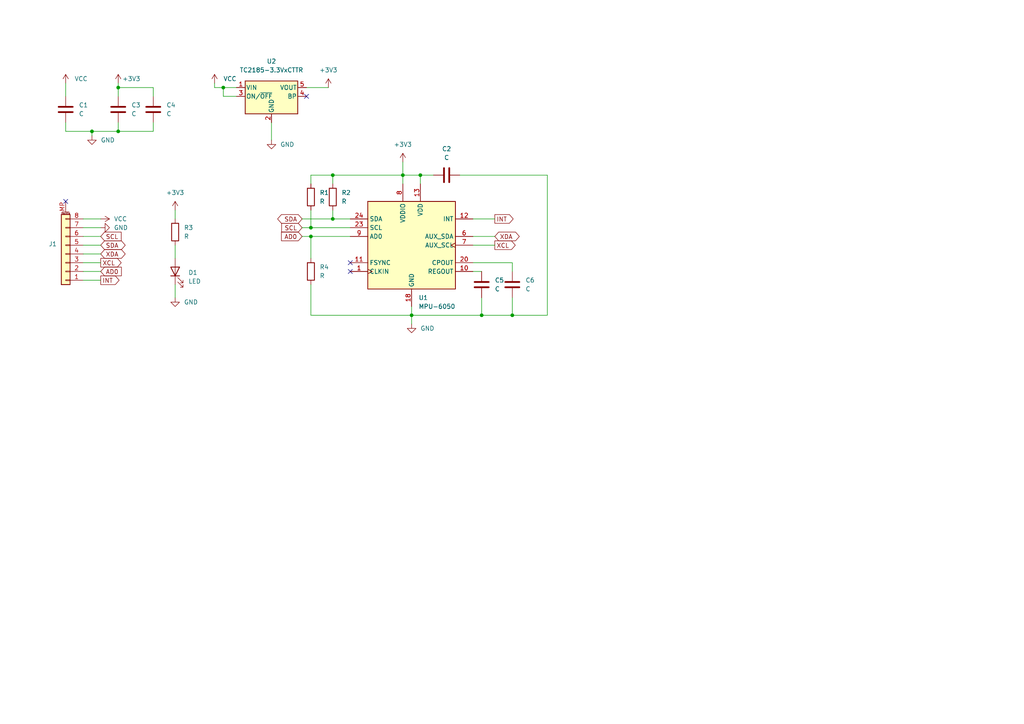
<source format=kicad_sch>
(kicad_sch (version 20211123) (generator eeschema)
  (paper "A4")
  (lib_symbols
    (symbol "Connector_Generic_MountingPin:Conn_01x08_MountingPin" (pin_names (offset 1.016) hide)
      (property "Reference" "J" (at 0 10.16 0))
      (property "Value" "Conn_01x08_MountingPin" (at 1.27 -12.7 0))
      (symbol "Conn_01x08_MountingPin_1_1"
        (rectangle (start -1.27 -10.033) (end 0 -10.287) (stroke (width 0.1524)))
        (rectangle (start -1.27 -7.493) (end 0 -7.747) (stroke (width 0.1524)))
        (rectangle (start -1.27 -4.953) (end 0 -5.207) (stroke (width 0.1524)))
        (rectangle (start -1.27 -2.413) (end 0 -2.667) (stroke (width 0.1524)))
        (rectangle (start -1.27 0.127) (end 0 -0.127) (stroke (width 0.1524)))
        (rectangle (start -1.27 2.667) (end 0 2.413) (stroke (width 0.1524)))
        (rectangle (start -1.27 5.207) (end 0 4.953) (stroke (width 0.1524)))
        (rectangle (start -1.27 7.747) (end 0 7.493) (stroke (width 0.1524)))
        (rectangle (start -1.27 8.89) (end 1.27 -11.43) (stroke (width 0.254)) (fill (type background)))
        (polyline (pts (xy -1.016 -12.192) (xy 1.016 -12.192)) (stroke (width 0.1524)))
        (text "Mounting" (at 0 -11.811 0) (effects (font (size 0.381 0.381))))
        (pin passive line (at -5.08 7.62 0) (length 3.81) (name "Pin_1") (number "1"))
        (pin passive line (at -5.08 5.08 0) (length 3.81) (name "Pin_2") (number "2"))
        (pin passive line (at -5.08 2.54 0) (length 3.81) (name "Pin_3") (number "3"))
        (pin passive line (at -5.08 0 0) (length 3.81) (name "Pin_4") (number "4"))
        (pin passive line (at -5.08 -2.54 0) (length 3.81) (name "Pin_5") (number "5"))
        (pin passive line (at -5.08 -5.08 0) (length 3.81) (name "Pin_6") (number "6"))
        (pin passive line (at -5.08 -7.62 0) (length 3.81) (name "Pin_7") (number "7"))
        (pin passive line (at -5.08 -10.16 0) (length 3.81) (name "Pin_8") (number "8"))
        (pin passive line (at 0 -15.24 90) (length 3.048) (name "MountPin") (number "MP"))
      )
    )
    (symbol "Device:C" (pin_numbers hide) (pin_names (offset 0.254))
      (property "Reference" "C" (at 0.635 2.54 0))
      (property "Value" "C" (at 0.635 -2.54 0))
      (symbol "C_0_1"
        (polyline (pts (xy -2.032 -0.762) (xy 2.032 -0.762)) (stroke (width 0.508)))
        (polyline (pts (xy -2.032 0.762) (xy 2.032 0.762)) (stroke (width 0.508)))
      )
      (symbol "C_1_1"
        (pin passive line (at 0 3.81 270) (length 2.794) (name "~") (number "1"))
        (pin passive line (at 0 -3.81 90) (length 2.794) (name "~") (number "2"))
      )
    )
    (symbol "Device:LED" (pin_numbers hide) (pin_names (offset 1.016) hide)
      (property "Reference" "D" (at 0 2.54 0))
      (property "Value" "LED" (at 0 -2.54 0))
      (symbol "LED_0_1"
        (polyline (pts (xy -1.27 -1.27) (xy -1.27 1.27)) (stroke (width 0.254)))
        (polyline (pts (xy -1.27 0) (xy 1.27 0)))
        (polyline (pts (xy 1.27 -1.27) (xy 1.27 1.27) (xy -1.27 0) (xy 1.27 -1.27)) (stroke (width 0.254)))
        (polyline (pts (xy -3.048 -0.762) (xy -4.572 -2.286) (xy -3.81 -2.286) (xy -4.572 -2.286) (xy -4.572 -1.524)))
        (polyline (pts (xy -1.778 -0.762) (xy -3.302 -2.286) (xy -2.54 -2.286) (xy -3.302 -2.286) (xy -3.302 -1.524)))
      )
      (symbol "LED_1_1"
        (pin passive line (at -3.81 0 0) (length 2.54) (name "K") (number "1"))
        (pin passive line (at 3.81 0 180) (length 2.54) (name "A") (number "2"))
      )
    )
    (symbol "Device:R" (pin_numbers hide) (pin_names (offset 0))
      (property "Reference" "R" (at 2.032 0 90))
      (property "Value" "R" (at 0 0 90))
      (symbol "R_0_1"
        (rectangle (start -1.016 -2.54) (end 1.016 2.54) (stroke (width 0.254)))
      )
      (symbol "R_1_1"
        (pin passive line (at 0 3.81 270) (length 1.27) (name "~") (number "1"))
        (pin passive line (at 0 -3.81 90) (length 1.27) (name "~") (number "2"))
      )
    )
    (symbol "Regulator_Linear:TC2185-3.3VxCTTR" (pin_names (offset 0.254))
      (property "Reference" "U" (at -6.35 5.715 0))
      (property "Value" "TC2185-3.3VxCTTR" (at 0 5.715 0))
      (symbol "TC2185-3.3VxCTTR_0_1"
        (rectangle (start -7.62 -5.08) (end 7.62 4.445) (stroke (width 0.254)) (fill (type background)))
      )
      (symbol "TC2185-3.3VxCTTR_1_1"
        (pin power_in line (at -10.16 2.54 0) (length 2.54) (name "VIN") (number "1"))
        (pin power_in line (at 0 -7.62 90) (length 2.54) (name "GND") (number "2"))
        (pin input line (at -10.16 0 0) (length 2.54) (name "ON/~{OFF}") (number "3"))
        (pin input line (at 10.16 0 180) (length 2.54) (name "BP") (number "4"))
        (pin power_out line (at 10.16 2.54 180) (length 2.54) (name "VOUT") (number "5"))
      )
    )
    (symbol "Sensor_Motion:MPU-6050"
      (property "Reference" "U" (at -11.43 13.97 0))
      (property "Value" "MPU-6050" (at 7.62 -13.97 0))
      (symbol "MPU-6050_0_1"
        (rectangle (start -12.7 12.7) (end 12.7 -12.7) (stroke (width 0.254)) (fill (type background)))
      )
      (symbol "MPU-6050_1_1"
        (pin input clock (at -17.78 -7.62 0) (length 5.08) (name "CLKIN") (number "1"))
        (pin passive line (at 17.78 -7.62 180) (length 5.08) (name "REGOUT") (number "10"))
        (pin input line (at -17.78 -5.08 0) (length 5.08) (name "FSYNC") (number "11"))
        (pin output line (at 17.78 7.62 180) (length 5.08) (name "INT") (number "12"))
        (pin power_in line (at 2.54 17.78 270) (length 5.08) (name "VDD") (number "13"))
        (pin power_in line (at 0 -17.78 90) (length 5.08) (name "GND") (number "18"))
        (pin passive line (at 17.78 -5.08 180) (length 5.08) (name "CPOUT") (number "20"))
        (pin input line (at -17.78 5.08 0) (length 5.08) (name "SCL") (number "23"))
        (pin bidirectional line (at -17.78 7.62 0) (length 5.08) (name "SDA") (number "24"))
        (pin bidirectional line (at 17.78 2.54 180) (length 5.08) (name "AUX_SDA") (number "6"))
        (pin output clock (at 17.78 0 180) (length 5.08) (name "AUX_SCL") (number "7"))
        (pin power_in line (at -2.54 17.78 270) (length 5.08) (name "VDDIO") (number "8"))
        (pin input line (at -17.78 2.54 0) (length 5.08) (name "AD0") (number "9"))
      )
    )
    (symbol "power:+3.3V" (power) (pin_names (offset 0))
      (property "Value" "+3.3V" (at 0 3.556 0))
      (symbol "+3.3V_0_1"
        (polyline (pts (xy -0.762 1.27) (xy 0 2.54)))
        (polyline (pts (xy 0 0) (xy 0 2.54)))
        (polyline (pts (xy 0 2.54) (xy 0.762 1.27)))
      )
      (symbol "+3.3V_1_1"
        (pin power_in line (at 0 0 90) (length 0) hide (name "+3V3") (number "1"))
      )
    )
    (symbol "power:GND" (power) (pin_names (offset 0))
      (property "Value" "GND" (at 0 -3.81 0))
      (symbol "GND_0_1"
        (polyline (pts (xy 0 0) (xy 0 -1.27) (xy 1.27 -1.27) (xy 0 -2.54) (xy -1.27 -1.27) (xy 0 -1.27)))
      )
      (symbol "GND_1_1"
        (pin power_in line (at 0 0 270) (length 0) hide (name "GND") (number "1"))
      )
    )
    (symbol "power:VCC" (power) (pin_names (offset 0))
      (property "Value" "VCC" (at 0 3.81 0))
      (symbol "VCC_0_1"
        (polyline (pts (xy -0.762 1.27) (xy 0 2.54)))
        (polyline (pts (xy 0 0) (xy 0 2.54)))
        (polyline (pts (xy 0 2.54) (xy 0.762 1.27)))
      )
      (symbol "VCC_1_1"
        (pin power_in line (at 0 0 90) (length 0) hide (name "VCC") (number "1"))
      )
    )
  )
  (junction (at 121.92 50.8))
  (junction (at 139.7 91.44))
  (junction (at 116.84 50.8))
  (junction (at 90.17 68.58))
  (junction (at 90.17 66.04))
  (junction (at 96.52 63.5))
  (junction (at 26.67 38.1))
  (junction (at 96.52 50.8))
  (junction (at 34.29 38.1))
  (junction (at 148.59 91.44))
  (junction (at 34.29 25.4))
  (junction (at 64.77 25.4))
  (junction (at 119.38 91.44))
  (no_connect (at 19.05 58.42))
  (no_connect (at 101.6 76.2))
  (no_connect (at 101.6 78.74))
  (no_connect (at 88.9 27.94))
  (wire (pts (xy 96.52 60.96) (xy 96.52 63.5)))
  (wire (pts (xy 90.17 68.58) (xy 90.17 74.93)))
  (wire (pts (xy 19.05 38.1) (xy 26.67 38.1)))
  (wire (pts (xy 34.29 25.4) (xy 34.29 27.94)))
  (wire (pts (xy 119.38 88.9) (xy 119.38 91.44)))
  (wire (pts (xy 137.16 71.12) (xy 143.51 71.12)))
  (wire (pts (xy 96.52 63.5) (xy 101.6 63.5)))
  (wire (pts (xy 116.84 50.8) (xy 96.52 50.8)))
  (wire (pts (xy 116.84 46.99) (xy 116.84 50.8)))
  (wire (pts (xy 90.17 82.55) (xy 90.17 91.44)))
  (wire (pts (xy 68.58 25.4) (xy 64.77 25.4)))
  (wire (pts (xy 121.92 50.8) (xy 125.73 50.8)))
  (wire (pts (xy 101.6 66.04) (xy 90.17 66.04)))
  (wire (pts (xy 44.45 38.1) (xy 34.29 38.1)))
  (wire (pts (xy 90.17 68.58) (xy 101.6 68.58)))
  (wire (pts (xy 158.75 91.44) (xy 158.75 50.8)))
  (wire (pts (xy 64.77 25.4) (xy 64.77 27.94)))
  (wire (pts (xy 26.67 38.1) (xy 26.67 39.37)))
  (wire (pts (xy 158.75 50.8) (xy 133.35 50.8)))
  (wire (pts (xy 119.38 91.44) (xy 119.38 93.98)))
  (wire (pts (xy 24.13 68.58) (xy 29.21 68.58)))
  (wire (pts (xy 24.13 63.5) (xy 29.21 63.5)))
  (wire (pts (xy 78.74 35.56) (xy 78.74 40.64)))
  (wire (pts (xy 139.7 91.44) (xy 139.7 86.36)))
  (wire (pts (xy 90.17 50.8) (xy 90.17 53.34)))
  (wire (pts (xy 137.16 68.58) (xy 143.51 68.58)))
  (wire (pts (xy 87.63 63.5) (xy 96.52 63.5)))
  (wire (pts (xy 88.9 25.4) (xy 95.25 25.4)))
  (wire (pts (xy 90.17 91.44) (xy 119.38 91.44)))
  (wire (pts (xy 96.52 50.8) (xy 90.17 50.8)))
  (wire (pts (xy 87.63 68.58) (xy 90.17 68.58)))
  (wire (pts (xy 24.13 78.74) (xy 29.21 78.74)))
  (wire (pts (xy 50.8 82.55) (xy 50.8 86.36)))
  (wire (pts (xy 44.45 35.56) (xy 44.45 38.1)))
  (wire (pts (xy 26.67 38.1) (xy 34.29 38.1)))
  (wire (pts (xy 24.13 66.04) (xy 29.21 66.04)))
  (wire (pts (xy 119.38 91.44) (xy 139.7 91.44)))
  (wire (pts (xy 90.17 66.04) (xy 90.17 60.96)))
  (wire (pts (xy 116.84 53.34) (xy 116.84 50.8)))
  (wire (pts (xy 50.8 71.12) (xy 50.8 74.93)))
  (wire (pts (xy 148.59 91.44) (xy 139.7 91.44)))
  (wire (pts (xy 24.13 81.28) (xy 29.21 81.28)))
  (wire (pts (xy 137.16 76.2) (xy 148.59 76.2)))
  (wire (pts (xy 96.52 50.8) (xy 96.52 53.34)))
  (wire (pts (xy 64.77 27.94) (xy 68.58 27.94)))
  (wire (pts (xy 34.29 24.13) (xy 34.29 25.4)))
  (wire (pts (xy 116.84 50.8) (xy 121.92 50.8)))
  (wire (pts (xy 137.16 78.74) (xy 139.7 78.74)))
  (wire (pts (xy 24.13 76.2) (xy 29.21 76.2)))
  (wire (pts (xy 44.45 27.94) (xy 44.45 25.4)))
  (wire (pts (xy 148.59 76.2) (xy 148.59 78.74)))
  (wire (pts (xy 24.13 71.12) (xy 29.21 71.12)))
  (wire (pts (xy 34.29 35.56) (xy 34.29 38.1)))
  (wire (pts (xy 121.92 53.34) (xy 121.92 50.8)))
  (wire (pts (xy 19.05 24.13) (xy 19.05 27.94)))
  (wire (pts (xy 64.77 25.4) (xy 62.23 25.4)))
  (wire (pts (xy 24.13 73.66) (xy 29.21 73.66)))
  (wire (pts (xy 19.05 35.56) (xy 19.05 38.1)))
  (wire (pts (xy 62.23 25.4) (xy 62.23 24.13)))
  (wire (pts (xy 148.59 86.36) (xy 148.59 91.44)))
  (wire (pts (xy 50.8 60.96) (xy 50.8 63.5)))
  (wire (pts (xy 87.63 66.04) (xy 90.17 66.04)))
  (wire (pts (xy 148.59 91.44) (xy 158.75 91.44)))
  (wire (pts (xy 34.29 25.4) (xy 44.45 25.4)))
  (wire (pts (xy 137.16 63.5) (xy 143.51 63.5)))
  (global_label "SCL" (shape input) (at 29.21 68.58 0) (property "Referências entre as folhas" "${INTERSHEET_REFS}" (effects hide)))
  (global_label "XDA" (shape bidirectional) (at 29.21 73.66 0) (property "Referências entre as folhas" "${INTERSHEET_REFS}" (effects hide)))
  (global_label "SCL" (shape input) (at 87.63 66.04 180) (property "Referências entre as folhas" "${INTERSHEET_REFS}" (effects hide)))
  (global_label "SDA" (shape bidirectional) (at 87.63 63.5 180) (property "Referências entre as folhas" "${INTERSHEET_REFS}" (effects hide)))
  (global_label "XCL" (shape output) (at 29.21 76.2 0) (property "Referências entre as folhas" "${INTERSHEET_REFS}" (effects hide)))
  (global_label "INT" (shape output) (at 143.51 63.5 0) (property "Referências entre as folhas" "${INTERSHEET_REFS}" (effects hide)))
  (global_label "INT" (shape output) (at 29.21 81.28 0) (property "Referências entre as folhas" "${INTERSHEET_REFS}" (effects hide)))
  (global_label "AD0" (shape input) (at 29.21 78.74 0) (property "Referências entre as folhas" "${INTERSHEET_REFS}" (effects hide)))
  (global_label "SDA" (shape bidirectional) (at 29.21 71.12 0) (property "Referências entre as folhas" "${INTERSHEET_REFS}" (effects hide)))
  (global_label "AD0" (shape input) (at 87.63 68.58 180) (property "Referências entre as folhas" "${INTERSHEET_REFS}" (effects hide)))
  (global_label "XCL" (shape output) (at 143.51 71.12 0) (property "Referências entre as folhas" "${INTERSHEET_REFS}" (effects hide)))
  (global_label "XDA" (shape bidirectional) (at 143.51 68.58 0) (property "Referências entre as folhas" "${INTERSHEET_REFS}" (effects hide)))
  (symbol (lib_id "Device:R") (at 90.17 78.74 0) (unit 1)
    (property "Reference" "R4" (at 92.71 77.4699 0) (effects (justify left)))
    (property "Value" "R" (at 92.71 80.0099 0) (effects (justify left)))
    (property "Footprint" "Resistor_SMD:R_0603_1608Metric" (effects hide))
  )
  (symbol (lib_id "Device:C") (at 19.05 31.75 0) (unit 1)
    (property "Reference" "C1" (at 22.86 30.4799 0) (effects (justify left)))
    (property "Value" "C" (at 22.86 33.0199 0) (effects (justify left)))
    (property "Footprint" "Capacitor_SMD:C_0603_1608Metric" (effects hide))
  )
  (symbol (lib_id "power:GND") (at 26.67 39.37 0) (unit 1)
    (property "Reference" "#PWR02" (effects hide))
    (property "Value" "GND" (at 29.21 40.6399 0) (effects (justify left)))
  )
  (symbol (lib_id "Device:R") (at 90.17 57.15 0) (unit 1)
    (property "Reference" "R1" (at 92.71 55.8799 0) (effects (justify left)))
    (property "Value" "R" (at 92.71 58.4199 0) (effects (justify left)))
    (property "Footprint" "Resistor_SMD:R_0603_1608Metric" (effects hide))
  )
  (symbol (lib_id "Device:C") (at 44.45 31.75 0) (unit 1)
    (property "Reference" "C4" (at 48.26 30.4799 0) (effects (justify left)))
    (property "Value" "C" (at 48.26 33.0199 0) (effects (justify left)))
    (property "Footprint" "Capacitor_SMD:C_0603_1608Metric" (effects hide))
  )
  (symbol (lib_id "power:+3.3V") (at 34.29 24.13 0) (unit 1)
    (property "Reference" "#PWR03" (effects hide))
    (property "Value" "+3.3V" (at 38.1 22.86 0))
  )
  (symbol (lib_id "power:VCC") (at 62.23 24.13 0) (unit 1)
    (property "Reference" "#PWR04" (effects hide))
    (property "Value" "VCC" (at 64.77 22.8599 0) (effects (justify left)))
  )
  (symbol (lib_id "power:GND") (at 29.21 66.04 90) (unit 1)
    (property "Reference" "#PWR0102" (effects hide))
    (property "Value" "GND" (at 33.02 66.0399 90) (effects (justify right)))
  )
  (symbol (lib_id "Regulator_Linear:TC2185-3.3VxCTTR") (at 78.74 27.94 0) (unit 1)
    (property "Reference" "U2" (at 78.74 17.78 0))
    (property "Value" "TC2185-3.3VxCTTR" (at 78.74 20.32 0))
    (property "Footprint" "Package_TO_SOT_SMD:SOT-23-5" (effects hide))
    (property "Datasheet" "http://ww1.microchip.com/downloads/en/DeviceDoc/21662F.pdf" (effects hide))
  )
  (symbol (lib_id "Device:R") (at 96.52 57.15 0) (unit 1)
    (property "Reference" "R2" (at 99.06 55.8799 0) (effects (justify left)))
    (property "Value" "R" (at 99.06 58.4199 0) (effects (justify left)))
    (property "Footprint" "Resistor_SMD:R_0603_1608Metric" (effects hide))
  )
  (symbol (lib_id "power:GND") (at 119.38 93.98 0) (unit 1)
    (property "Reference" "#PWR010" (effects hide))
    (property "Value" "GND" (at 121.92 95.2499 0) (effects (justify left)))
  )
  (symbol (lib_id "power:+3.3V") (at 50.8 60.96 0) (unit 1)
    (property "Reference" "#PWR05" (effects hide))
    (property "Value" "+3.3V" (at 50.8 55.88 0))
  )
  (symbol (lib_id "Sensor_Motion:MPU-6050") (at 119.38 71.12 0) (unit 1)
    (property "Reference" "U1" (at 121.3994 86.36 0) (effects (justify left)))
    (property "Value" "MPU-6050" (at 121.3994 88.9 0) (effects (justify left)))
    (property "Footprint" "Sensor_Motion:InvenSense_QFN-24_4x4mm_P0.5mm" (effects hide))
    (property "Datasheet" "https://store.invensense.com/datasheets/invensense/MPU-6050_DataSheet_V3%204.pdf" (effects hide))
  )
  (symbol (lib_id "power:GND") (at 50.8 86.36 0) (unit 1)
    (property "Reference" "#PWR06" (effects hide))
    (property "Value" "GND" (at 53.34 87.6299 0) (effects (justify left)))
  )
  (symbol (lib_id "Connector_Generic_MountingPin:Conn_01x08_MountingPin") (at 19.05 73.66 180) (unit 1)
    (property "Reference" "J1" (at 16.51 70.7643 0) (effects (justify left)))
    (property "Value" "Conn_01x08_MountingPin" (effects hide))
    (property "Footprint" "Connector_PinHeader_2.54mm:PinHeader_1x08_P2.54mm_Vertical" (effects hide))
  )
  (symbol (lib_id "power:VCC") (at 29.21 63.5 270) (unit 1)
    (property "Reference" "#PWR0101" (effects hide))
    (property "Value" "VCC" (at 33.02 63.4999 90) (effects (justify left)))
  )
  (symbol (lib_id "Device:C") (at 129.54 50.8 90) (unit 1)
    (property "Reference" "C2" (at 129.54 43.18 90))
    (property "Value" "C" (at 129.54 45.72 90))
    (property "Footprint" "Capacitor_SMD:C_0603_1608Metric" (effects hide))
  )
  (symbol (lib_id "power:VCC") (at 19.05 24.13 0) (unit 1)
    (property "Reference" "#PWR01" (effects hide))
    (property "Value" "VCC" (at 21.59 22.8599 0) (effects (justify left)))
  )
  (symbol (lib_id "Device:C") (at 148.59 82.55 0) (unit 1)
    (property "Reference" "C6" (at 152.4 81.2799 0) (effects (justify left)))
    (property "Value" "C" (at 152.4 83.8199 0) (effects (justify left)))
    (property "Footprint" "Capacitor_SMD:C_0603_1608Metric" (effects hide))
  )
  (symbol (lib_id "Device:C") (at 34.29 31.75 0) (unit 1)
    (property "Reference" "C3" (at 38.1 30.4799 0) (effects (justify left)))
    (property "Value" "C" (at 38.1 33.0199 0) (effects (justify left)))
    (property "Footprint" "Capacitor_SMD:C_0603_1608Metric" (effects hide))
  )
  (symbol (lib_id "Device:R") (at 50.8 67.31 0) (unit 1)
    (property "Reference" "R3" (at 53.34 66.0399 0) (effects (justify left)))
    (property "Value" "R" (at 53.34 68.5799 0) (effects (justify left)))
    (property "Footprint" "Resistor_SMD:R_0603_1608Metric" (effects hide))
  )
  (symbol (lib_id "Device:C") (at 139.7 82.55 0) (unit 1)
    (property "Reference" "C5" (at 143.51 81.2799 0) (effects (justify left)))
    (property "Value" "C" (at 143.51 83.8199 0) (effects (justify left)))
    (property "Footprint" "Capacitor_SMD:C_0603_1608Metric" (effects hide))
  )
  (symbol (lib_id "power:+3.3V") (at 95.25 25.4 0) (unit 1)
    (property "Reference" "#PWR08" (effects hide))
    (property "Value" "+3.3V" (at 95.25 20.32 0))
  )
  (symbol (lib_id "power:+3.3V") (at 116.84 46.99 0) (unit 1)
    (property "Reference" "#PWR09" (effects hide))
    (property "Value" "+3.3V" (at 116.84 41.91 0))
  )
  (symbol (lib_id "power:GND") (at 78.74 40.64 0) (unit 1)
    (property "Reference" "#PWR07" (effects hide))
    (property "Value" "GND" (at 81.28 41.9099 0) (effects (justify left)))
  )
  (symbol (lib_id "Device:LED") (at 50.8 78.74 90) (unit 1)
    (property "Reference" "D1" (at 54.61 79.0574 90) (effects (justify right)))
    (property "Value" "LED" (at 54.61 81.5974 90) (effects (justify right)))
    (property "Footprint" "LED_SMD:LED_0603_1608Metric" (effects hide))
  )
)
</source>
